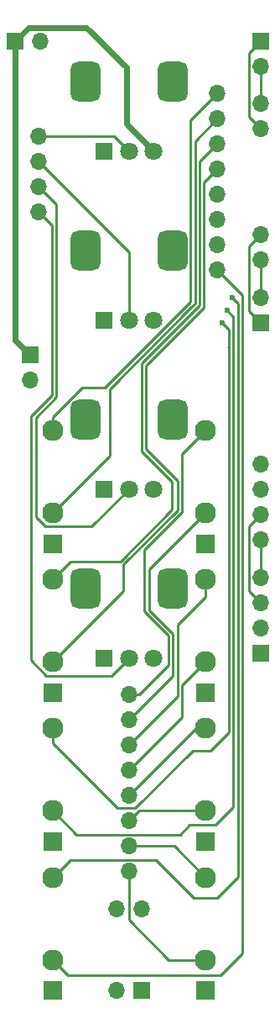
<source format=gbr>
%TF.GenerationSoftware,KiCad,Pcbnew,8.0.5*%
%TF.CreationDate,2024-12-18T11:45:47+00:00*%
%TF.ProjectId,EuroRackPotsJacks,4575726f-5261-4636-9b50-6f74734a6163,rev?*%
%TF.SameCoordinates,Original*%
%TF.FileFunction,Copper,L1,Top*%
%TF.FilePolarity,Positive*%
%FSLAX46Y46*%
G04 Gerber Fmt 4.6, Leading zero omitted, Abs format (unit mm)*
G04 Created by KiCad (PCBNEW 8.0.5) date 2024-12-18 11:45:47*
%MOMM*%
%LPD*%
G01*
G04 APERTURE LIST*
G04 Aperture macros list*
%AMRoundRect*
0 Rectangle with rounded corners*
0 $1 Rounding radius*
0 $2 $3 $4 $5 $6 $7 $8 $9 X,Y pos of 4 corners*
0 Add a 4 corners polygon primitive as box body*
4,1,4,$2,$3,$4,$5,$6,$7,$8,$9,$2,$3,0*
0 Add four circle primitives for the rounded corners*
1,1,$1+$1,$2,$3*
1,1,$1+$1,$4,$5*
1,1,$1+$1,$6,$7*
1,1,$1+$1,$8,$9*
0 Add four rect primitives between the rounded corners*
20,1,$1+$1,$2,$3,$4,$5,0*
20,1,$1+$1,$4,$5,$6,$7,0*
20,1,$1+$1,$6,$7,$8,$9,0*
20,1,$1+$1,$8,$9,$2,$3,0*%
G04 Aperture macros list end*
%TA.AperFunction,ComponentPad*%
%ADD10O,1.700000X1.700000*%
%TD*%
%TA.AperFunction,ComponentPad*%
%ADD11R,1.700000X1.700000*%
%TD*%
%TA.AperFunction,ComponentPad*%
%ADD12R,1.930000X1.830000*%
%TD*%
%TA.AperFunction,ComponentPad*%
%ADD13C,2.130000*%
%TD*%
%TA.AperFunction,ComponentPad*%
%ADD14R,1.800000X1.800000*%
%TD*%
%TA.AperFunction,ComponentPad*%
%ADD15C,1.800000*%
%TD*%
%TA.AperFunction,ComponentPad*%
%ADD16RoundRect,0.750000X0.750000X-1.250000X0.750000X1.250000X-0.750000X1.250000X-0.750000X-1.250000X0*%
%TD*%
%TA.AperFunction,ViaPad*%
%ADD17C,0.600000*%
%TD*%
%TA.AperFunction,Conductor*%
%ADD18C,0.250000*%
%TD*%
%TA.AperFunction,Conductor*%
%ADD19C,0.600000*%
%TD*%
G04 APERTURE END LIST*
D10*
%TO.P,J15,1,Pin_1*%
%TO.N,Net-(J15-Pin_1)*%
X65000000Y-136000000D03*
%TO.P,J15,2,Pin_2*%
%TO.N,Net-(J15-Pin_2)*%
X65000000Y-133460000D03*
%TO.P,J15,3,Pin_3*%
%TO.N,Net-(J15-Pin_3)*%
X65000000Y-130920000D03*
%TO.P,J15,4,Pin_4*%
%TO.N,Net-(J15-Pin_4)*%
X65000000Y-128380000D03*
%TO.P,J15,5,Pin_5*%
%TO.N,Net-(J15-Pin_5)*%
X65000000Y-125840000D03*
%TO.P,J15,6,Pin_6*%
%TO.N,Net-(J15-Pin_6)*%
X65000000Y-123300000D03*
%TO.P,J15,7,Pin_7*%
%TO.N,Net-(J15-Pin_7)*%
X65000000Y-120760000D03*
%TO.P,J15,8,Pin_8*%
%TO.N,Net-(J15-Pin_8)*%
X65000000Y-118220000D03*
%TD*%
%TO.P,J22,1,Pin_1*%
%TO.N,Net-(J22-Pin_1)*%
X66270000Y-139800000D03*
%TO.P,J22,2,Pin_2*%
%TO.N,Net-(J22-Pin_2)*%
X63730000Y-139800000D03*
%TD*%
%TO.P,J19,1,Pin_1*%
%TO.N,Net-(J19-Pin_1)*%
X78300000Y-95000000D03*
%TO.P,J19,2,Pin_2*%
%TO.N,Net-(J19-Pin_2)*%
X78300000Y-97540000D03*
%TO.P,J19,3,Pin_3*%
%TO.N,Net-(J19-Pin_3)*%
X78300000Y-100080000D03*
%TO.P,J19,4,Pin_4*%
%TO.N,Net-(J19-Pin_4)*%
X78300000Y-102620000D03*
%TD*%
%TO.P,J1,1,Pin_1*%
%TO.N,/RV1*%
X55880000Y-61976000D03*
%TO.P,J1,2,Pin_2*%
%TO.N,/RV2*%
X55880000Y-64516000D03*
%TO.P,J1,3,Pin_3*%
%TO.N,/RV3*%
X55880000Y-67056000D03*
%TO.P,J1,4,Pin_4*%
%TO.N,/RV4*%
X55880000Y-69596000D03*
%TD*%
%TO.P,J10,1,Pin_1*%
%TO.N,Net-(J10-Pin_1)*%
X73914000Y-75438000D03*
%TO.P,J10,2,Pin_2*%
%TO.N,Net-(J10-Pin_2)*%
X73914000Y-72898000D03*
%TO.P,J10,3,Pin_3*%
%TO.N,Net-(J10-Pin_3)*%
X73914000Y-70358000D03*
%TO.P,J10,4,Pin_4*%
%TO.N,Net-(J10-Pin_4)*%
X73914000Y-67818000D03*
%TO.P,J10,5,Pin_5*%
%TO.N,Net-(J10-Pin_5)*%
X73914000Y-65278000D03*
%TO.P,J10,6,Pin_6*%
%TO.N,Net-(J10-Pin_6)*%
X73914000Y-62738000D03*
%TO.P,J10,7,Pin_7*%
%TO.N,Net-(J10-Pin_7)*%
X73914000Y-60198000D03*
%TO.P,J10,8,Pin_8*%
%TO.N,Net-(J10-Pin_8)*%
X73914000Y-57658000D03*
%TD*%
%TO.P,J20,1,Pin_1*%
%TO.N,Net-(J20-Pin_1)*%
X78300000Y-61219000D03*
%TO.P,J20,2,Pin_2*%
%TO.N,Net-(J20-Pin_2)*%
X78300000Y-58679000D03*
%TD*%
D11*
%TO.P,J2,1,Pin_1*%
%TO.N,VCC*%
X53500000Y-52365000D03*
D10*
%TO.P,J2,2,Pin_2*%
%TO.N,GND*%
X56040000Y-52365000D03*
%TD*%
D12*
%TO.P,J14,S*%
%TO.N,GND*%
X72700000Y-133000000D03*
D13*
%TO.P,J14,T*%
%TO.N,Net-(J15-Pin_4)*%
X72700000Y-121600000D03*
%TO.P,J14,TN*%
%TO.N,Net-(J15-Pin_3)*%
X72700000Y-129900000D03*
%TD*%
D11*
%TO.P,J3,1,Pin_1*%
%TO.N,VCC*%
X55000000Y-84000000D03*
D10*
%TO.P,J3,2,Pin_2*%
%TO.N,GND*%
X55000000Y-86540000D03*
%TD*%
D14*
%TO.P,RV3,1,1*%
%TO.N,GND*%
X62500000Y-97500000D03*
D15*
%TO.P,RV3,2,2*%
%TO.N,/RV3*%
X65000000Y-97500000D03*
%TO.P,RV3,3,3*%
%TO.N,VCC*%
X67500000Y-97500000D03*
D16*
%TO.P,RV3,MP*%
%TO.N,N/C*%
X60600000Y-90500000D03*
X69400000Y-90500000D03*
%TD*%
D14*
%TO.P,RV1,1,1*%
%TO.N,GND*%
X62500000Y-63500000D03*
D15*
%TO.P,RV1,2,2*%
%TO.N,/RV1*%
X65000000Y-63500000D03*
%TO.P,RV1,3,3*%
%TO.N,VCC*%
X67500000Y-63500000D03*
D16*
%TO.P,RV1,MP*%
%TO.N,N/C*%
X60600000Y-56500000D03*
X69400000Y-56500000D03*
%TD*%
D11*
%TO.P,J4,1,Pin_1*%
%TO.N,Net-(J22-Pin_1)*%
X66270000Y-148000000D03*
D10*
%TO.P,J4,2,Pin_2*%
%TO.N,Net-(J22-Pin_2)*%
X63730000Y-148000000D03*
%TD*%
D12*
%TO.P,J16,S*%
%TO.N,GND*%
X72700000Y-118000000D03*
D13*
%TO.P,J16,T*%
%TO.N,Net-(J15-Pin_6)*%
X72700000Y-106600000D03*
%TO.P,J16,TN*%
%TO.N,Net-(J15-Pin_5)*%
X72700000Y-114900000D03*
%TD*%
D11*
%TO.P,J6,1,Pin_1*%
%TO.N,Net-(J20-Pin_1)*%
X78300000Y-52365000D03*
D10*
%TO.P,J6,2,Pin_2*%
%TO.N,Net-(J20-Pin_2)*%
X78300000Y-54905000D03*
%TD*%
D12*
%TO.P,J17,S*%
%TO.N,GND*%
X72700000Y-103000000D03*
D13*
%TO.P,J17,T*%
%TO.N,Net-(J15-Pin_8)*%
X72700000Y-91600000D03*
%TO.P,J17,TN*%
%TO.N,Net-(J15-Pin_7)*%
X72700000Y-99900000D03*
%TD*%
D12*
%TO.P,J13,S*%
%TO.N,GND*%
X72700000Y-148000000D03*
D13*
%TO.P,J13,T*%
%TO.N,Net-(J15-Pin_2)*%
X72700000Y-136600000D03*
%TO.P,J13,TN*%
%TO.N,Net-(J15-Pin_1)*%
X72700000Y-144900000D03*
%TD*%
D11*
%TO.P,J7,1,Pin_1*%
%TO.N,Net-(J19-Pin_1)*%
X78300000Y-114040000D03*
D10*
%TO.P,J7,2,Pin_2*%
%TO.N,Net-(J19-Pin_2)*%
X78300000Y-111500000D03*
%TO.P,J7,3,Pin_3*%
%TO.N,Net-(J19-Pin_3)*%
X78300000Y-108960000D03*
%TO.P,J7,4,Pin_4*%
%TO.N,Net-(J19-Pin_4)*%
X78300000Y-106420000D03*
%TD*%
D14*
%TO.P,RV2,1,1*%
%TO.N,GND*%
X62500000Y-80500000D03*
D15*
%TO.P,RV2,2,2*%
%TO.N,/RV2*%
X65000000Y-80500000D03*
%TO.P,RV2,3,3*%
%TO.N,VCC*%
X67500000Y-80500000D03*
D16*
%TO.P,RV2,MP*%
%TO.N,N/C*%
X60600000Y-73500000D03*
X69400000Y-73500000D03*
%TD*%
D14*
%TO.P,RV4,1,1*%
%TO.N,GND*%
X62500000Y-114500000D03*
D15*
%TO.P,RV4,2,2*%
%TO.N,/RV4*%
X65000000Y-114500000D03*
%TO.P,RV4,3,3*%
%TO.N,VCC*%
X67500000Y-114500000D03*
D16*
%TO.P,RV4,MP*%
%TO.N,N/C*%
X60600000Y-107500000D03*
X69400000Y-107500000D03*
%TD*%
D12*
%TO.P,J11,S*%
%TO.N,GND*%
X57300000Y-118000000D03*
D13*
%TO.P,J11,T*%
%TO.N,Net-(J10-Pin_6)*%
X57300000Y-106600000D03*
%TO.P,J11,TN*%
%TO.N,Net-(J10-Pin_5)*%
X57300000Y-114900000D03*
%TD*%
D11*
%TO.P,J5,1,Pin_1*%
%TO.N,Net-(J21-Pin_1)*%
X78300000Y-80760000D03*
D10*
%TO.P,J5,2,Pin_2*%
%TO.N,Net-(J21-Pin_2)*%
X78300000Y-78220000D03*
%TD*%
D12*
%TO.P,J12,S*%
%TO.N,GND*%
X57300000Y-103000000D03*
D13*
%TO.P,J12,T*%
%TO.N,Net-(J10-Pin_8)*%
X57300000Y-91600000D03*
%TO.P,J12,TN*%
%TO.N,Net-(J10-Pin_7)*%
X57300000Y-99900000D03*
%TD*%
D12*
%TO.P,J8,S*%
%TO.N,GND*%
X57300000Y-148000000D03*
D13*
%TO.P,J8,T*%
%TO.N,Net-(J10-Pin_2)*%
X57300000Y-136600000D03*
%TO.P,J8,TN*%
%TO.N,Net-(J10-Pin_1)*%
X57300000Y-144900000D03*
%TD*%
D12*
%TO.P,J9,S*%
%TO.N,GND*%
X57300000Y-133000000D03*
D13*
%TO.P,J9,T*%
%TO.N,Net-(J10-Pin_4)*%
X57300000Y-121600000D03*
%TO.P,J9,TN*%
%TO.N,Net-(J10-Pin_3)*%
X57300000Y-129900000D03*
%TD*%
D10*
%TO.P,J21,1,Pin_1*%
%TO.N,Net-(J21-Pin_1)*%
X78300000Y-71877000D03*
%TO.P,J21,2,Pin_2*%
%TO.N,Net-(J21-Pin_2)*%
X78300000Y-74417000D03*
%TD*%
D17*
%TO.N,Net-(J10-Pin_4)*%
X74422000Y-80772000D03*
%TO.N,Net-(J10-Pin_2)*%
X75438000Y-78232000D03*
%TO.N,Net-(J10-Pin_3)*%
X74930000Y-79502000D03*
%TD*%
D18*
%TO.N,Net-(J10-Pin_4)*%
X75104000Y-83138000D02*
X75104000Y-81454000D01*
X75057000Y-83185000D02*
X75104000Y-83138000D01*
X75104000Y-81454000D02*
X74422000Y-80772000D01*
X75104000Y-83232000D02*
X75057000Y-83185000D01*
%TO.N,Net-(J10-Pin_3)*%
X75554000Y-80126000D02*
X74930000Y-79502000D01*
%TO.N,Net-(J10-Pin_1)*%
X76454000Y-144272000D02*
X76454000Y-77978000D01*
X58831000Y-146431000D02*
X74295000Y-146431000D01*
X74295000Y-146431000D02*
X76454000Y-144272000D01*
X57300000Y-144900000D02*
X58831000Y-146431000D01*
X76454000Y-77978000D02*
X73914000Y-75438000D01*
%TO.N,Net-(J10-Pin_2)*%
X76004000Y-78798000D02*
X75438000Y-78232000D01*
X76004000Y-82550000D02*
X76004000Y-78798000D01*
X76004000Y-136594000D02*
X76004000Y-82550000D01*
%TO.N,Net-(J10-Pin_3)*%
X75554000Y-81280000D02*
X75554000Y-80126000D01*
X75554000Y-129540000D02*
X75554000Y-81280000D01*
%TO.N,Net-(J10-Pin_4)*%
X63839665Y-129645802D02*
X65637802Y-129645802D01*
X57300000Y-123106137D02*
X63839665Y-129645802D01*
X65637802Y-129645802D02*
X71458604Y-123825000D01*
X71458604Y-123825000D02*
X73279000Y-123825000D01*
X57300000Y-121600000D02*
X57300000Y-123106137D01*
X73279000Y-123825000D02*
X75104000Y-122000000D01*
X75104000Y-122000000D02*
X75104000Y-83232000D01*
%TO.N,Net-(J21-Pin_1)*%
X77125000Y-79585000D02*
X78300000Y-80760000D01*
X77125000Y-73052000D02*
X77125000Y-79585000D01*
X78300000Y-71877000D02*
X77125000Y-73052000D01*
%TO.N,Net-(J21-Pin_2)*%
X78300000Y-74417000D02*
X78300000Y-78220000D01*
%TO.N,Net-(J10-Pin_2)*%
X71560000Y-138684000D02*
X73914000Y-138684000D01*
X67701000Y-134825000D02*
X71560000Y-138684000D01*
X59075000Y-134825000D02*
X67701000Y-134825000D01*
X73914000Y-138684000D02*
X76004000Y-136594000D01*
X57300000Y-136600000D02*
X59075000Y-134825000D01*
%TO.N,Net-(J10-Pin_3)*%
X73776000Y-131318000D02*
X75554000Y-129540000D01*
X71120000Y-131318000D02*
X73776000Y-131318000D01*
X59685000Y-132285000D02*
X70153000Y-132285000D01*
X57300000Y-129900000D02*
X59685000Y-132285000D01*
X70153000Y-132285000D02*
X71120000Y-131318000D01*
%TO.N,Net-(J10-Pin_5)*%
X72575000Y-79194188D02*
X71185594Y-80583594D01*
X72575000Y-66617000D02*
X72575000Y-79194188D01*
X73914000Y-65278000D02*
X72575000Y-66617000D01*
X71185594Y-80583594D02*
X66725000Y-85044188D01*
%TO.N,Net-(J10-Pin_6)*%
X72125000Y-79007792D02*
X71375396Y-79757396D01*
X73914000Y-62738000D02*
X72125000Y-64527000D01*
X72125000Y-64527000D02*
X72125000Y-79007792D01*
X66275000Y-84857792D02*
X71375396Y-79757396D01*
%TO.N,Net-(J10-Pin_7)*%
X71675000Y-78821396D02*
X71311198Y-79185198D01*
X71675000Y-62437000D02*
X71675000Y-78821396D01*
X71311198Y-79185198D02*
X63056198Y-87440198D01*
X73914000Y-60198000D02*
X71675000Y-62437000D01*
%TO.N,Net-(J10-Pin_8)*%
X71225000Y-78635000D02*
X71225000Y-60347000D01*
X71225000Y-60347000D02*
X73914000Y-57658000D01*
X70866000Y-78994000D02*
X71225000Y-78635000D01*
X70866000Y-78994000D02*
X62611000Y-87249000D01*
%TO.N,Net-(J20-Pin_1)*%
X77125000Y-60044000D02*
X78300000Y-61219000D01*
X77125000Y-53540000D02*
X77125000Y-60044000D01*
X78300000Y-52365000D02*
X77125000Y-53540000D01*
%TO.N,Net-(J20-Pin_2)*%
X78300000Y-54905000D02*
X78300000Y-58679000D01*
%TO.N,Net-(J19-Pin_3)*%
X77125000Y-107785000D02*
X78300000Y-108960000D01*
X77125000Y-101255000D02*
X77125000Y-107785000D01*
X78300000Y-100080000D02*
X77125000Y-101255000D01*
%TO.N,Net-(J19-Pin_4)*%
X78300000Y-102684000D02*
X78232000Y-102616000D01*
X78300000Y-106420000D02*
X78300000Y-102684000D01*
D19*
%TO.N,VCC*%
X64731000Y-60731000D02*
X64731000Y-55040000D01*
X67500000Y-63500000D02*
X64731000Y-60731000D01*
X64731000Y-55040000D02*
X60706000Y-51015000D01*
X54850000Y-51015000D02*
X53500000Y-52365000D01*
X53500000Y-82500000D02*
X55000000Y-84000000D01*
X53500000Y-52365000D02*
X53500000Y-82500000D01*
X60706000Y-51015000D02*
X54850000Y-51015000D01*
D18*
%TO.N,/RV1*%
X55880000Y-61976000D02*
X63476000Y-61976000D01*
X63476000Y-61976000D02*
X65000000Y-63500000D01*
%TO.N,/RV2*%
X55880000Y-64516000D02*
X65000000Y-73636000D01*
X65000000Y-73636000D02*
X65000000Y-80500000D01*
%TO.N,/RV3*%
X61210000Y-101290000D02*
X65000000Y-97500000D01*
X57676282Y-88248114D02*
X55626000Y-90298396D01*
X57676282Y-68852282D02*
X57676282Y-88248114D01*
X55880000Y-67056000D02*
X57676282Y-68852282D01*
X56586000Y-101290000D02*
X61210000Y-101290000D01*
X55626000Y-100330000D02*
X56586000Y-101290000D01*
X55626000Y-90298396D02*
X55626000Y-100330000D01*
%TO.N,/RV4*%
X55118000Y-114728000D02*
X56680000Y-116290000D01*
X63210000Y-116290000D02*
X65000000Y-114500000D01*
X55880000Y-69596000D02*
X57226282Y-70942282D01*
X55118000Y-90170000D02*
X55118000Y-114728000D01*
X56680000Y-116290000D02*
X63210000Y-116290000D01*
X57226282Y-88061718D02*
X55118000Y-90170000D01*
X57226282Y-70942282D02*
X57226282Y-88061718D01*
%TO.N,Net-(J15-Pin_1)*%
X65000000Y-136000000D02*
X65000000Y-140880000D01*
X69020000Y-144900000D02*
X72700000Y-144900000D01*
X65000000Y-140880000D02*
X69020000Y-144900000D01*
%TO.N,Net-(J15-Pin_2)*%
X69560000Y-133460000D02*
X72700000Y-136600000D01*
X65000000Y-133460000D02*
X69560000Y-133460000D01*
%TO.N,Net-(J15-Pin_3)*%
X72700000Y-129900000D02*
X66020000Y-129900000D01*
X66020000Y-129900000D02*
X65000000Y-130920000D01*
%TO.N,Net-(J15-Pin_4)*%
X71780000Y-121600000D02*
X72700000Y-121600000D01*
X65000000Y-128380000D02*
X71780000Y-121600000D01*
X72700000Y-121680000D02*
X72700000Y-121600000D01*
%TO.N,Net-(J15-Pin_8)*%
X65000000Y-118220000D02*
X66000000Y-118220000D01*
X70358000Y-99833000D02*
X66548000Y-103643000D01*
X70358000Y-93942000D02*
X70358000Y-99833000D01*
X66548000Y-103643000D02*
X66548000Y-109808000D01*
X72700000Y-91600000D02*
X70358000Y-93942000D01*
X66548000Y-109808000D02*
X69008000Y-112268000D01*
X66000000Y-118220000D02*
X69008000Y-115212000D01*
X69008000Y-112268000D02*
X69008000Y-115212000D01*
%TO.N,Net-(J15-Pin_5)*%
X70358000Y-120482000D02*
X70358000Y-119888000D01*
X65000000Y-125840000D02*
X70358000Y-120482000D01*
X70358000Y-117242000D02*
X72700000Y-114900000D01*
X70358000Y-119888000D02*
X70358000Y-117242000D01*
%TO.N,Net-(J15-Pin_7)*%
X67056000Y-109679604D02*
X69458000Y-112081604D01*
X72700000Y-99900000D02*
X67056000Y-105544000D01*
X69458000Y-116302000D02*
X69458000Y-115062000D01*
X65000000Y-120760000D02*
X69458000Y-116302000D01*
X69458000Y-112081604D02*
X69458000Y-115062000D01*
X67056000Y-105544000D02*
X67056000Y-109679604D01*
%TO.N,Net-(J15-Pin_6)*%
X69908000Y-117094000D02*
X69908000Y-111194000D01*
X65000000Y-123300000D02*
X69908000Y-118392000D01*
X69908000Y-111194000D02*
X72700000Y-108402000D01*
X72700000Y-108402000D02*
X72700000Y-106600000D01*
X69908000Y-118392000D02*
X69908000Y-117094000D01*
%TO.N,Net-(J10-Pin_8)*%
X57300000Y-90274000D02*
X57300000Y-91600000D01*
X60325000Y-87249000D02*
X57300000Y-90274000D01*
X62611000Y-87249000D02*
X60325000Y-87249000D01*
%TO.N,Net-(J10-Pin_5)*%
X69908000Y-96655000D02*
X67906500Y-94653500D01*
X64457302Y-107742698D02*
X64457302Y-105097302D01*
X64457302Y-105097302D02*
X69908000Y-99646604D01*
X69908000Y-99646604D02*
X69908000Y-96655000D01*
X66725000Y-85044188D02*
X66725000Y-93472000D01*
X66725000Y-93472000D02*
X67906500Y-94653500D01*
X57300000Y-114900000D02*
X64457302Y-107742698D01*
%TO.N,Net-(J10-Pin_7)*%
X63056198Y-94143802D02*
X57300000Y-99900000D01*
X63056198Y-87440198D02*
X63056198Y-94143802D01*
%TO.N,Net-(J10-Pin_6)*%
X64139104Y-104779104D02*
X69342000Y-99576208D01*
X69342000Y-96774000D02*
X66275000Y-93707000D01*
X59120896Y-104779104D02*
X64139104Y-104779104D01*
X66275000Y-93707000D02*
X66275000Y-84857792D01*
X57300000Y-106600000D02*
X59120896Y-104779104D01*
X69342000Y-99576208D02*
X69342000Y-96774000D01*
%TD*%
M02*

</source>
